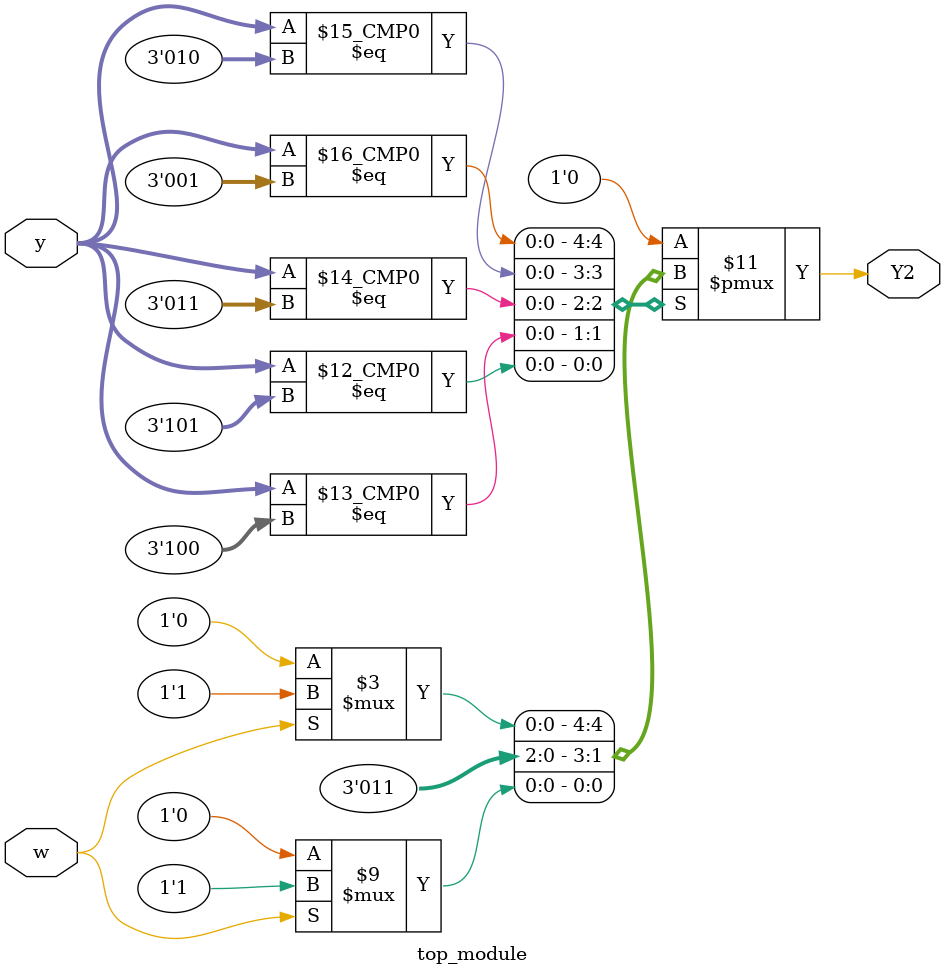
<source format=sv>
module top_module(
    input [3:1] y,
    input w,
    output reg Y2);

    // Define the states
    parameter A = 3'b000;
    parameter B = 3'b001;
    parameter C = 3'b010;
    parameter D = 3'b011;
    parameter E = 3'b100;
    parameter F = 3'b101;

    always @(*) begin
        case (y)
            A: Y2 = 1'b0;
            B: Y2 = (w == 1'b0) ? 1'b0 : 1'b1;
            C: Y2 = (w == 1'b0) ? 1'b0 : 1'b0;
            D: Y2 = (w == 1'b0) ? 1'b1 : 1'b1;
            E: Y2 = 1'b1;
            F: Y2 = (w == 1'b0) ? 1'b0 : 1'b1;
            default: Y2 = 1'b0; // default case should never be hit
        endcase
    end
endmodule

</source>
